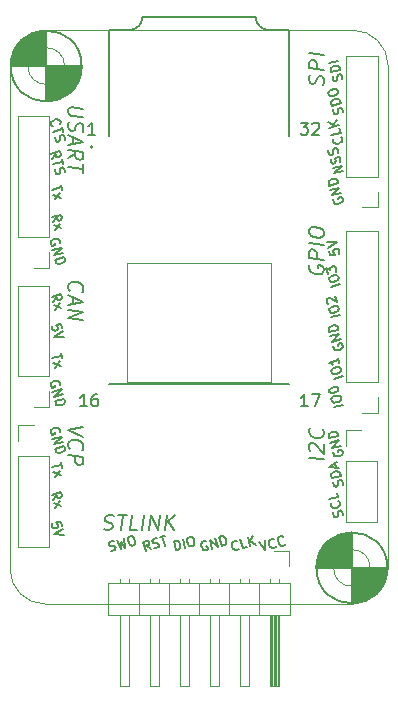
<source format=gbr>
%TF.GenerationSoftware,KiCad,Pcbnew,(6.0.4-0)*%
%TF.CreationDate,2022-08-30T14:02:01+08:00*%
%TF.ProjectId,STLinkV3_Adapter,53544c69-6e6b-4563-935f-416461707465,rev?*%
%TF.SameCoordinates,Original*%
%TF.FileFunction,Legend,Top*%
%TF.FilePolarity,Positive*%
%FSLAX46Y46*%
G04 Gerber Fmt 4.6, Leading zero omitted, Abs format (unit mm)*
G04 Created by KiCad (PCBNEW (6.0.4-0)) date 2022-08-30 14:02:01*
%MOMM*%
%LPD*%
G01*
G04 APERTURE LIST*
%ADD10C,0.150000*%
%ADD11C,0.200000*%
%TA.AperFunction,Profile*%
%ADD12C,0.100000*%
%TD*%
%ADD13C,0.120000*%
%ADD14C,0.127000*%
%TA.AperFunction,Profile*%
%ADD15C,0.120000*%
%TD*%
G04 APERTURE END LIST*
D10*
G36*
X73060000Y-63050000D02*
G01*
X70060000Y-63050000D01*
X70120000Y-62560000D01*
X70220000Y-62110000D01*
X70370000Y-61760000D01*
X70670000Y-61310000D01*
X70870000Y-61060000D01*
X71120000Y-60810000D01*
X71420000Y-60560000D01*
X71670000Y-60410000D01*
X72020000Y-60260000D01*
X72320000Y-60160000D01*
X72720000Y-60110000D01*
X72920000Y-60060000D01*
X73060000Y-60050000D01*
X73060000Y-63050000D01*
G37*
X73060000Y-63050000D02*
X70060000Y-63050000D01*
X70120000Y-62560000D01*
X70220000Y-62110000D01*
X70370000Y-61760000D01*
X70670000Y-61310000D01*
X70870000Y-61060000D01*
X71120000Y-60810000D01*
X71420000Y-60560000D01*
X71670000Y-60410000D01*
X72020000Y-60260000D01*
X72320000Y-60160000D01*
X72720000Y-60110000D01*
X72920000Y-60060000D01*
X73060000Y-60050000D01*
X73060000Y-63050000D01*
G36*
X76000000Y-63540000D02*
G01*
X75900000Y-63990000D01*
X75750000Y-64340000D01*
X75450000Y-64790000D01*
X75250000Y-65040000D01*
X75000000Y-65290000D01*
X74700000Y-65540000D01*
X74450000Y-65690000D01*
X74100000Y-65840000D01*
X73800000Y-65940000D01*
X73400000Y-65990000D01*
X73200000Y-66040000D01*
X73060000Y-66050000D01*
X73060000Y-63050000D01*
X76060000Y-63050000D01*
X76000000Y-63540000D01*
G37*
X76000000Y-63540000D02*
X75900000Y-63990000D01*
X75750000Y-64340000D01*
X75450000Y-64790000D01*
X75250000Y-65040000D01*
X75000000Y-65290000D01*
X74700000Y-65540000D01*
X74450000Y-65690000D01*
X74100000Y-65840000D01*
X73800000Y-65940000D01*
X73400000Y-65990000D01*
X73200000Y-66040000D01*
X73060000Y-66050000D01*
X73060000Y-63050000D01*
X76060000Y-63050000D01*
X76000000Y-63540000D01*
G36*
X101880000Y-106030000D02*
G01*
X101780000Y-106480000D01*
X101630000Y-106830000D01*
X101330000Y-107280000D01*
X101130000Y-107530000D01*
X100880000Y-107780000D01*
X100580000Y-108030000D01*
X100330000Y-108180000D01*
X99980000Y-108330000D01*
X99680000Y-108430000D01*
X99280000Y-108480000D01*
X99080000Y-108530000D01*
X98940000Y-108540000D01*
X98940000Y-105540000D01*
X101940000Y-105540000D01*
X101880000Y-106030000D01*
G37*
X101880000Y-106030000D02*
X101780000Y-106480000D01*
X101630000Y-106830000D01*
X101330000Y-107280000D01*
X101130000Y-107530000D01*
X100880000Y-107780000D01*
X100580000Y-108030000D01*
X100330000Y-108180000D01*
X99980000Y-108330000D01*
X99680000Y-108430000D01*
X99280000Y-108480000D01*
X99080000Y-108530000D01*
X98940000Y-108540000D01*
X98940000Y-105540000D01*
X101940000Y-105540000D01*
X101880000Y-106030000D01*
G36*
X98940000Y-105540000D02*
G01*
X95940000Y-105540000D01*
X96000000Y-105050000D01*
X96100000Y-104600000D01*
X96250000Y-104250000D01*
X96550000Y-103800000D01*
X96750000Y-103550000D01*
X97000000Y-103300000D01*
X97300000Y-103050000D01*
X97550000Y-102900000D01*
X97900000Y-102750000D01*
X98200000Y-102650000D01*
X98600000Y-102600000D01*
X98800000Y-102550000D01*
X98940000Y-102540000D01*
X98940000Y-105540000D01*
G37*
X98940000Y-105540000D02*
X95940000Y-105540000D01*
X96000000Y-105050000D01*
X96100000Y-104600000D01*
X96250000Y-104250000D01*
X96550000Y-103800000D01*
X96750000Y-103550000D01*
X97000000Y-103300000D01*
X97300000Y-103050000D01*
X97550000Y-102900000D01*
X97900000Y-102750000D01*
X98200000Y-102650000D01*
X98600000Y-102600000D01*
X98800000Y-102550000D01*
X98940000Y-102540000D01*
X98940000Y-105540000D01*
X97016271Y-78710576D02*
X97114869Y-79078547D01*
X97492700Y-79016747D01*
X97446043Y-78989809D01*
X97389527Y-78926075D01*
X97340228Y-78742089D01*
X97357305Y-78658635D01*
X97384243Y-78611978D01*
X97447977Y-78555461D01*
X97631963Y-78506162D01*
X97715417Y-78523240D01*
X97762074Y-78550177D01*
X97818591Y-78613912D01*
X97867890Y-78797898D01*
X97850812Y-78881352D01*
X97823875Y-78928009D01*
X96947253Y-78452995D02*
X97650975Y-77988360D01*
X96809216Y-77937835D01*
X97956628Y-81529072D02*
X97183887Y-81736128D01*
X97045850Y-81220967D02*
X97006411Y-81073778D01*
X97023489Y-80990324D01*
X97077364Y-80897010D01*
X97214693Y-80820774D01*
X97472273Y-80751756D01*
X97629321Y-80749114D01*
X97722635Y-80802989D01*
X97779152Y-80866723D01*
X97818591Y-81013912D01*
X97801513Y-81097366D01*
X97747639Y-81190680D01*
X97610310Y-81266916D01*
X97352729Y-81335935D01*
X97195681Y-81338576D01*
X97102367Y-81284702D01*
X97045850Y-81220967D01*
X96888094Y-80632212D02*
X96759917Y-80153849D01*
X97123313Y-80332551D01*
X97093733Y-80222160D01*
X97110811Y-80138705D01*
X97137749Y-80092048D01*
X97201483Y-80035532D01*
X97385469Y-79986233D01*
X97468923Y-80003311D01*
X97515580Y-80030248D01*
X97572097Y-80093983D01*
X97631255Y-80314766D01*
X97614178Y-80398220D01*
X97587240Y-80444877D01*
X97956628Y-84129072D02*
X97183887Y-84336128D01*
X97045850Y-83820967D02*
X97006411Y-83673778D01*
X97023489Y-83590324D01*
X97077364Y-83497010D01*
X97214693Y-83420774D01*
X97472273Y-83351756D01*
X97629321Y-83349114D01*
X97722635Y-83402989D01*
X97779152Y-83466723D01*
X97818591Y-83613912D01*
X97801513Y-83697366D01*
X97747639Y-83790680D01*
X97610310Y-83866916D01*
X97352729Y-83935935D01*
X97195681Y-83938576D01*
X97102367Y-83884702D01*
X97045850Y-83820967D01*
X96951829Y-83175696D02*
X96905172Y-83148758D01*
X96848655Y-83085024D01*
X96799356Y-82901038D01*
X96816434Y-82817584D01*
X96843371Y-82770927D01*
X96907106Y-82714410D01*
X96980700Y-82694690D01*
X97100951Y-82701908D01*
X97660835Y-83025157D01*
X97532658Y-82546794D01*
X97371386Y-86742282D02*
X97354308Y-86825736D01*
X97383887Y-86936128D01*
X97450264Y-87036659D01*
X97543578Y-87090534D01*
X97627032Y-87107612D01*
X97784080Y-87104970D01*
X97894472Y-87075390D01*
X98031801Y-86999154D01*
X98095535Y-86942638D01*
X98149410Y-86849324D01*
X98156628Y-86729072D01*
X98136908Y-86655478D01*
X98070532Y-86554946D01*
X98023875Y-86528009D01*
X97766295Y-86597027D01*
X97805734Y-86744216D01*
X98008731Y-86177115D02*
X97235991Y-86384170D01*
X97890414Y-85735549D01*
X97117673Y-85942604D01*
X97791816Y-85367577D02*
X97019076Y-85574632D01*
X96969777Y-85390646D01*
X96976995Y-85270395D01*
X97030869Y-85177081D01*
X97094604Y-85120564D01*
X97231933Y-85044328D01*
X97342324Y-85014749D01*
X97499373Y-85012107D01*
X97582827Y-85029184D01*
X97676141Y-85083059D01*
X97742517Y-85183591D01*
X97791816Y-85367577D01*
X98156628Y-89329072D02*
X97383887Y-89536128D01*
X97245850Y-89020967D02*
X97206411Y-88873778D01*
X97223489Y-88790324D01*
X97277364Y-88697010D01*
X97414693Y-88620774D01*
X97672273Y-88551756D01*
X97829321Y-88549114D01*
X97922635Y-88602989D01*
X97979152Y-88666723D01*
X98018591Y-88813912D01*
X98001513Y-88897366D01*
X97947639Y-88990680D01*
X97810310Y-89066916D01*
X97552729Y-89135935D01*
X97395681Y-89138576D01*
X97302367Y-89084702D01*
X97245850Y-89020967D01*
X97732658Y-87746794D02*
X97850975Y-88188360D01*
X97791816Y-87967577D02*
X97019076Y-88174632D01*
X97149187Y-88218647D01*
X97242501Y-88272522D01*
X97299017Y-88336257D01*
X98156628Y-91729072D02*
X97383887Y-91936128D01*
X97245850Y-91420967D02*
X97206411Y-91273778D01*
X97223489Y-91190324D01*
X97277364Y-91097010D01*
X97414693Y-91020774D01*
X97672273Y-90951756D01*
X97829321Y-90949114D01*
X97922635Y-91002989D01*
X97979152Y-91066723D01*
X98018591Y-91213912D01*
X98001513Y-91297366D01*
X97947639Y-91390680D01*
X97810310Y-91466916D01*
X97552729Y-91535935D01*
X97395681Y-91538576D01*
X97302367Y-91484702D01*
X97245850Y-91420967D01*
X97028935Y-90611429D02*
X97009216Y-90537835D01*
X97026293Y-90454381D01*
X97053231Y-90407724D01*
X97116965Y-90351207D01*
X97254294Y-90274971D01*
X97438280Y-90225672D01*
X97595329Y-90223030D01*
X97678783Y-90240108D01*
X97725440Y-90267045D01*
X97781957Y-90330780D01*
X97801676Y-90404374D01*
X97784598Y-90487828D01*
X97757661Y-90534485D01*
X97693926Y-90591002D01*
X97556598Y-90667238D01*
X97372612Y-90716537D01*
X97215563Y-90719179D01*
X97132109Y-90702101D01*
X97085452Y-90675164D01*
X97028935Y-90611429D01*
X98124761Y-64157331D02*
X98131978Y-64037079D01*
X98082680Y-63853094D01*
X98026163Y-63789359D01*
X97979506Y-63762422D01*
X97896052Y-63745344D01*
X97822457Y-63765063D01*
X97758723Y-63821580D01*
X97731785Y-63868237D01*
X97714708Y-63951691D01*
X97717350Y-64108740D01*
X97700272Y-64192194D01*
X97673335Y-64238851D01*
X97609600Y-64295368D01*
X97536006Y-64315087D01*
X97452552Y-64298009D01*
X97405895Y-64271072D01*
X97349378Y-64207337D01*
X97300079Y-64023352D01*
X97307297Y-63903100D01*
X97954503Y-63374730D02*
X97181762Y-63581785D01*
X97132463Y-63397800D01*
X97139681Y-63277548D01*
X97193556Y-63184234D01*
X97257290Y-63127718D01*
X97394619Y-63051481D01*
X97505011Y-63021902D01*
X97662059Y-63019260D01*
X97745513Y-63036338D01*
X97838827Y-63090213D01*
X97905204Y-63190744D01*
X97954503Y-63374730D01*
X97747447Y-62601990D02*
X96974707Y-62809045D01*
X98183919Y-66978114D02*
X98191137Y-66857862D01*
X98141838Y-66673877D01*
X98085322Y-66610142D01*
X98038665Y-66583205D01*
X97955210Y-66566127D01*
X97881616Y-66585846D01*
X97817882Y-66642363D01*
X97790944Y-66689020D01*
X97773866Y-66772474D01*
X97776508Y-66929523D01*
X97759431Y-67012977D01*
X97732493Y-67059634D01*
X97668759Y-67116151D01*
X97595164Y-67135870D01*
X97511710Y-67118792D01*
X97465053Y-67091855D01*
X97408537Y-67028120D01*
X97359238Y-66844135D01*
X97366456Y-66723883D01*
X98013661Y-66195513D02*
X97240921Y-66402569D01*
X97191622Y-66218583D01*
X97198840Y-66098331D01*
X97252714Y-66005017D01*
X97316449Y-65948501D01*
X97453778Y-65872264D01*
X97564169Y-65842685D01*
X97721218Y-65840043D01*
X97804672Y-65857121D01*
X97897986Y-65910996D01*
X97964362Y-66011527D01*
X98013661Y-66195513D01*
X96994426Y-65482639D02*
X96954987Y-65335450D01*
X96972065Y-65251996D01*
X97025940Y-65158682D01*
X97163268Y-65082446D01*
X97420849Y-65013428D01*
X97577897Y-65010786D01*
X97671211Y-65064661D01*
X97727728Y-65128395D01*
X97767167Y-65275584D01*
X97750089Y-65359038D01*
X97696214Y-65452352D01*
X97558885Y-65528588D01*
X97301305Y-65597607D01*
X97144257Y-65600249D01*
X97050943Y-65546374D01*
X96994426Y-65482639D01*
X97999225Y-69036016D02*
X98045882Y-69062953D01*
X98112259Y-69163485D01*
X98131978Y-69237079D01*
X98124761Y-69357331D01*
X98070886Y-69450645D01*
X98007151Y-69507161D01*
X97869822Y-69583398D01*
X97759431Y-69612977D01*
X97602382Y-69615619D01*
X97518928Y-69598541D01*
X97425614Y-69544666D01*
X97359238Y-69444135D01*
X97339518Y-69370540D01*
X97346736Y-69250289D01*
X97373674Y-69203632D01*
X97885484Y-68317150D02*
X97984082Y-68685122D01*
X97211341Y-68892177D01*
X97816466Y-68059570D02*
X97043725Y-68266625D01*
X97698148Y-67618004D02*
X97345320Y-68067496D01*
X96925408Y-67825059D02*
X97485291Y-68148308D01*
X98205927Y-71913058D02*
X97433186Y-72120113D01*
X98087609Y-71471492D01*
X97314869Y-71678547D01*
X97962074Y-71150177D02*
X97969292Y-71029926D01*
X97919993Y-70845940D01*
X97863477Y-70782206D01*
X97816820Y-70755268D01*
X97733366Y-70738191D01*
X97659771Y-70757910D01*
X97596037Y-70814427D01*
X97569099Y-70861084D01*
X97552022Y-70944538D01*
X97554664Y-71101586D01*
X97537586Y-71185040D01*
X97510648Y-71231697D01*
X97446914Y-71288214D01*
X97373320Y-71307934D01*
X97289865Y-71290856D01*
X97243208Y-71263919D01*
X97186692Y-71200184D01*
X97137393Y-71016198D01*
X97144611Y-70895947D01*
X97764879Y-70414234D02*
X97772097Y-70293983D01*
X97722798Y-70109997D01*
X97666281Y-70046262D01*
X97619624Y-70019325D01*
X97536170Y-70002247D01*
X97462576Y-70021967D01*
X97398841Y-70078483D01*
X97371904Y-70125140D01*
X97354826Y-70208594D01*
X97357468Y-70365643D01*
X97340390Y-70449097D01*
X97313453Y-70495754D01*
X97249718Y-70552271D01*
X97176124Y-70571990D01*
X97092670Y-70554913D01*
X97046013Y-70527975D01*
X96989496Y-70464241D01*
X96940197Y-70280255D01*
X96947415Y-70160003D01*
X97371386Y-74342282D02*
X97354308Y-74425736D01*
X97383887Y-74536128D01*
X97450264Y-74636659D01*
X97543578Y-74690534D01*
X97627032Y-74707612D01*
X97784080Y-74704970D01*
X97894472Y-74675390D01*
X98031801Y-74599154D01*
X98095535Y-74542638D01*
X98149410Y-74449324D01*
X98156628Y-74329072D01*
X98136908Y-74255478D01*
X98070532Y-74154946D01*
X98023875Y-74128009D01*
X97766295Y-74197027D01*
X97805734Y-74344216D01*
X98008731Y-73777115D02*
X97235991Y-73984170D01*
X97890414Y-73335549D01*
X97117673Y-73542604D01*
X97791816Y-72967577D02*
X97019076Y-73174632D01*
X96969777Y-72990646D01*
X96976995Y-72870395D01*
X97030869Y-72777081D01*
X97094604Y-72720564D01*
X97231933Y-72644328D01*
X97342324Y-72614749D01*
X97499373Y-72612107D01*
X97582827Y-72629184D01*
X97676141Y-72683059D01*
X97742517Y-72783591D01*
X97791816Y-72967577D01*
X97371386Y-95742282D02*
X97354308Y-95825736D01*
X97383887Y-95936128D01*
X97450264Y-96036659D01*
X97543578Y-96090534D01*
X97627032Y-96107612D01*
X97784080Y-96104970D01*
X97894472Y-96075390D01*
X98031801Y-95999154D01*
X98095535Y-95942638D01*
X98149410Y-95849324D01*
X98156628Y-95729072D01*
X98136908Y-95655478D01*
X98070532Y-95554946D01*
X98023875Y-95528009D01*
X97766295Y-95597027D01*
X97805734Y-95744216D01*
X98008731Y-95177115D02*
X97235991Y-95384170D01*
X97890414Y-94735549D01*
X97117673Y-94942604D01*
X97791816Y-94367577D02*
X97019076Y-94574632D01*
X96969777Y-94390646D01*
X96976995Y-94270395D01*
X97030869Y-94177081D01*
X97094604Y-94120564D01*
X97231933Y-94044328D01*
X97342324Y-94014749D01*
X97499373Y-94012107D01*
X97582827Y-94029184D01*
X97676141Y-94083059D01*
X97742517Y-94183591D01*
X97791816Y-94367577D01*
X98164200Y-98504519D02*
X98171418Y-98384268D01*
X98122119Y-98200282D01*
X98065602Y-98136548D01*
X98018945Y-98109610D01*
X97935491Y-98092533D01*
X97861897Y-98112252D01*
X97798162Y-98168769D01*
X97771225Y-98215426D01*
X97754147Y-98298880D01*
X97756789Y-98455928D01*
X97739711Y-98539383D01*
X97712774Y-98586039D01*
X97649039Y-98642556D01*
X97575445Y-98662276D01*
X97491991Y-98645198D01*
X97445334Y-98618261D01*
X97388817Y-98554526D01*
X97339518Y-98370540D01*
X97346736Y-98250289D01*
X97993942Y-97721919D02*
X97221201Y-97928974D01*
X97171902Y-97744988D01*
X97179120Y-97624737D01*
X97232995Y-97531423D01*
X97296729Y-97474906D01*
X97434058Y-97398670D01*
X97544450Y-97369091D01*
X97701498Y-97366449D01*
X97784952Y-97383527D01*
X97878266Y-97437401D01*
X97944643Y-97537933D01*
X97993942Y-97721919D01*
X97575963Y-97045134D02*
X97477365Y-96677162D01*
X97816466Y-97059570D02*
X96974707Y-97009045D01*
X97678429Y-96544409D01*
X98159270Y-101086121D02*
X98166488Y-100965869D01*
X98117189Y-100781884D01*
X98060672Y-100718149D01*
X98014015Y-100691212D01*
X97930561Y-100674134D01*
X97856967Y-100693854D01*
X97793232Y-100750370D01*
X97766295Y-100797027D01*
X97749217Y-100880481D01*
X97751859Y-101037530D01*
X97734781Y-101120984D01*
X97707844Y-101167641D01*
X97644109Y-101224158D01*
X97570515Y-101243877D01*
X97487061Y-101226800D01*
X97440404Y-101199862D01*
X97383887Y-101136128D01*
X97334588Y-100952142D01*
X97341806Y-100831890D01*
X97797100Y-99881674D02*
X97843757Y-99908611D01*
X97910134Y-100009143D01*
X97929853Y-100082737D01*
X97922635Y-100202989D01*
X97868760Y-100296302D01*
X97805026Y-100352819D01*
X97667697Y-100429055D01*
X97557305Y-100458635D01*
X97400257Y-100461277D01*
X97316803Y-100444199D01*
X97223489Y-100390324D01*
X97157112Y-100289793D01*
X97137393Y-100216198D01*
X97144611Y-100095947D01*
X97171548Y-100049290D01*
X97683359Y-99162808D02*
X97781957Y-99530780D01*
X97009216Y-99737835D01*
X74228613Y-78057717D02*
X74245691Y-77974263D01*
X74216112Y-77863871D01*
X74149735Y-77763340D01*
X74056421Y-77709465D01*
X73972967Y-77692387D01*
X73815919Y-77695029D01*
X73705527Y-77724609D01*
X73568198Y-77800845D01*
X73504464Y-77857361D01*
X73450589Y-77950675D01*
X73443371Y-78070927D01*
X73463091Y-78144521D01*
X73529467Y-78245053D01*
X73576124Y-78271990D01*
X73833704Y-78202972D01*
X73794265Y-78055783D01*
X73591268Y-78622884D02*
X74364008Y-78415829D01*
X73709585Y-79064450D01*
X74482326Y-78857395D01*
X73808183Y-79432422D02*
X74580923Y-79225367D01*
X74630222Y-79409353D01*
X74623004Y-79529604D01*
X74569130Y-79622918D01*
X74505395Y-79679435D01*
X74368066Y-79755671D01*
X74257675Y-79785250D01*
X74100626Y-79787892D01*
X74017172Y-79770815D01*
X73923858Y-79716940D01*
X73857482Y-79616408D01*
X73808183Y-79432422D01*
X73610633Y-68150780D02*
X73563976Y-68123843D01*
X73497600Y-68023311D01*
X73477880Y-67949717D01*
X73485098Y-67829465D01*
X73538973Y-67736152D01*
X73602708Y-67679635D01*
X73740036Y-67603399D01*
X73850428Y-67573819D01*
X74007476Y-67571177D01*
X74090931Y-67588255D01*
X74184244Y-67642130D01*
X74250621Y-67742662D01*
X74270341Y-67816256D01*
X74263123Y-67936507D01*
X74236185Y-67983164D01*
X74368938Y-68184228D02*
X74487256Y-68625794D01*
X73655356Y-68612066D02*
X74428097Y-68405011D01*
X73810471Y-69043772D02*
X73803253Y-69164024D01*
X73852552Y-69348009D01*
X73909068Y-69411744D01*
X73955725Y-69438681D01*
X74039179Y-69455759D01*
X74112774Y-69436039D01*
X74176508Y-69379523D01*
X74203446Y-69332866D01*
X74220523Y-69249412D01*
X74217882Y-69092363D01*
X74234959Y-69008909D01*
X74261897Y-68962252D01*
X74325631Y-68905735D01*
X74399225Y-68886016D01*
X74482680Y-68903094D01*
X74529337Y-68930031D01*
X74585853Y-68993765D01*
X74635152Y-69177751D01*
X74627934Y-69298003D01*
X73630707Y-76270073D02*
X73929660Y-75913895D01*
X73512390Y-75828507D02*
X74285130Y-75621452D01*
X74364008Y-75915829D01*
X74346931Y-75999283D01*
X74319993Y-76045940D01*
X74256259Y-76102457D01*
X74145867Y-76132036D01*
X74062413Y-76114959D01*
X74015756Y-76088021D01*
X73959239Y-76024287D01*
X73880361Y-75729909D01*
X73699725Y-76527653D02*
X74323343Y-76794385D01*
X74214886Y-76389616D02*
X73808183Y-76932422D01*
X73537039Y-70920500D02*
X73835992Y-70564322D01*
X73418722Y-70478934D02*
X74191462Y-70271879D01*
X74270341Y-70566256D01*
X74253263Y-70649710D01*
X74226325Y-70696367D01*
X74162591Y-70752884D01*
X74052199Y-70782463D01*
X73968745Y-70765385D01*
X73922088Y-70738448D01*
X73865572Y-70674713D01*
X73786693Y-70380336D01*
X74368938Y-70934228D02*
X74487256Y-71375794D01*
X73655356Y-71362066D02*
X74428097Y-71155011D01*
X73810471Y-71793772D02*
X73803253Y-71914024D01*
X73852552Y-72098009D01*
X73909068Y-72161744D01*
X73955725Y-72188681D01*
X74039179Y-72205759D01*
X74112774Y-72186039D01*
X74176508Y-72129523D01*
X74203446Y-72082866D01*
X74220523Y-71999412D01*
X74217882Y-71842363D01*
X74234959Y-71758909D01*
X74261897Y-71712252D01*
X74325631Y-71655735D01*
X74399225Y-71636016D01*
X74482680Y-71653094D01*
X74529337Y-71680031D01*
X74585853Y-71743765D01*
X74635152Y-71927751D01*
X74627934Y-72048003D01*
X74280200Y-73103053D02*
X74398518Y-73544619D01*
X73566618Y-73530891D02*
X74339359Y-73323836D01*
X73675076Y-73935660D02*
X74298694Y-74202392D01*
X74190236Y-73797623D02*
X73783533Y-74340429D01*
X73630707Y-83020073D02*
X73929660Y-82663895D01*
X73512390Y-82578507D02*
X74285130Y-82371452D01*
X74364008Y-82665829D01*
X74346931Y-82749283D01*
X74319993Y-82795940D01*
X74256259Y-82852457D01*
X74145867Y-82882036D01*
X74062413Y-82864959D01*
X74015756Y-82838021D01*
X73959239Y-82774287D01*
X73880361Y-82479909D01*
X73699725Y-83277653D02*
X74323343Y-83544385D01*
X74214886Y-83139616D02*
X73808183Y-83682422D01*
X74228613Y-90057717D02*
X74245691Y-89974263D01*
X74216112Y-89863871D01*
X74149735Y-89763340D01*
X74056421Y-89709465D01*
X73972967Y-89692387D01*
X73815919Y-89695029D01*
X73705527Y-89724609D01*
X73568198Y-89800845D01*
X73504464Y-89857361D01*
X73450589Y-89950675D01*
X73443371Y-90070927D01*
X73463091Y-90144521D01*
X73529467Y-90245053D01*
X73576124Y-90271990D01*
X73833704Y-90202972D01*
X73794265Y-90055783D01*
X73591268Y-90622884D02*
X74364008Y-90415829D01*
X73709585Y-91064450D01*
X74482326Y-90857395D01*
X73808183Y-91432422D02*
X74580923Y-91225367D01*
X74630222Y-91409353D01*
X74623004Y-91529604D01*
X74569130Y-91622918D01*
X74505395Y-91679435D01*
X74368066Y-91755671D01*
X74257675Y-91785250D01*
X74100626Y-91787892D01*
X74017172Y-91770815D01*
X73923858Y-91716940D01*
X73857482Y-91616408D01*
X73808183Y-91432422D01*
X74383728Y-85239423D02*
X74285130Y-84871452D01*
X73907299Y-84933252D01*
X73953956Y-84960190D01*
X74010472Y-85023924D01*
X74059771Y-85207910D01*
X74042694Y-85291364D01*
X74015756Y-85338021D01*
X73952022Y-85394538D01*
X73768036Y-85443837D01*
X73684582Y-85426759D01*
X73637925Y-85399822D01*
X73581408Y-85336087D01*
X73532109Y-85152101D01*
X73549187Y-85068647D01*
X73576124Y-85021990D01*
X74452746Y-85497004D02*
X73749024Y-85961639D01*
X74590783Y-86012164D01*
X74280200Y-87353053D02*
X74398518Y-87794619D01*
X73566618Y-87780891D02*
X74339359Y-87573836D01*
X73675076Y-88185660D02*
X74298694Y-88452392D01*
X74190236Y-88047623D02*
X73783533Y-88590429D01*
X74383728Y-101989423D02*
X74285130Y-101621452D01*
X73907299Y-101683252D01*
X73953956Y-101710190D01*
X74010472Y-101773924D01*
X74059771Y-101957910D01*
X74042694Y-102041364D01*
X74015756Y-102088021D01*
X73952022Y-102144538D01*
X73768036Y-102193837D01*
X73684582Y-102176759D01*
X73637925Y-102149822D01*
X73581408Y-102086087D01*
X73532109Y-101902101D01*
X73549187Y-101818647D01*
X73576124Y-101771990D01*
X74452746Y-102247004D02*
X73749024Y-102711639D01*
X74590783Y-102762164D01*
X73630707Y-99770073D02*
X73929660Y-99413895D01*
X73512390Y-99328507D02*
X74285130Y-99121452D01*
X74364008Y-99415829D01*
X74346931Y-99499283D01*
X74319993Y-99545940D01*
X74256259Y-99602457D01*
X74145867Y-99632036D01*
X74062413Y-99614959D01*
X74015756Y-99588021D01*
X73959239Y-99524287D01*
X73880361Y-99229909D01*
X73699725Y-100027653D02*
X74323343Y-100294385D01*
X74214886Y-99889616D02*
X73808183Y-100432422D01*
X74280200Y-96603053D02*
X74398518Y-97044619D01*
X73566618Y-97030891D02*
X74339359Y-96823836D01*
X73675076Y-97435660D02*
X74298694Y-97702392D01*
X74190236Y-97297623D02*
X73783533Y-97840429D01*
X74228613Y-94057717D02*
X74245691Y-93974263D01*
X74216112Y-93863871D01*
X74149735Y-93763340D01*
X74056421Y-93709465D01*
X73972967Y-93692387D01*
X73815919Y-93695029D01*
X73705527Y-93724609D01*
X73568198Y-93800845D01*
X73504464Y-93857361D01*
X73450589Y-93950675D01*
X73443371Y-94070927D01*
X73463091Y-94144521D01*
X73529467Y-94245053D01*
X73576124Y-94271990D01*
X73833704Y-94202972D01*
X73794265Y-94055783D01*
X73591268Y-94622884D02*
X74364008Y-94415829D01*
X73709585Y-95064450D01*
X74482326Y-94857395D01*
X73808183Y-95432422D02*
X74580923Y-95225367D01*
X74630222Y-95409353D01*
X74623004Y-95529604D01*
X74569130Y-95622918D01*
X74505395Y-95679435D01*
X74368066Y-95755671D01*
X74257675Y-95785250D01*
X74100626Y-95787892D01*
X74017172Y-95770815D01*
X73923858Y-95716940D01*
X73857482Y-95616408D01*
X73808183Y-95432422D01*
D11*
X96514047Y-64662912D02*
X96574523Y-64489043D01*
X96574523Y-64186662D01*
X96514047Y-64058150D01*
X96453571Y-63990115D01*
X96332619Y-63914519D01*
X96211666Y-63899400D01*
X96090714Y-63944758D01*
X96030238Y-63997674D01*
X95969761Y-64111067D01*
X95909285Y-64345412D01*
X95848809Y-64458805D01*
X95788333Y-64511722D01*
X95667380Y-64557079D01*
X95546428Y-64541960D01*
X95425476Y-64466365D01*
X95365000Y-64398329D01*
X95304523Y-64269817D01*
X95304523Y-63967436D01*
X95365000Y-63793567D01*
X96574523Y-63400472D02*
X95304523Y-63241722D01*
X95304523Y-62757912D01*
X95365000Y-62644519D01*
X95425476Y-62591603D01*
X95546428Y-62546246D01*
X95727857Y-62568924D01*
X95848809Y-62644519D01*
X95909285Y-62712555D01*
X95969761Y-62841067D01*
X95969761Y-63324877D01*
X96574523Y-62130472D02*
X95304523Y-61971722D01*
X95365000Y-79889043D02*
X95304523Y-80002436D01*
X95304523Y-80183865D01*
X95365000Y-80372853D01*
X95485952Y-80508924D01*
X95606904Y-80584519D01*
X95848809Y-80675234D01*
X96030238Y-80697912D01*
X96272142Y-80667674D01*
X96393095Y-80622317D01*
X96514047Y-80516484D01*
X96574523Y-80342615D01*
X96574523Y-80221662D01*
X96514047Y-80032674D01*
X96453571Y-79964638D01*
X96030238Y-79911722D01*
X96030238Y-80153627D01*
X96574523Y-79435472D02*
X95304523Y-79276722D01*
X95304523Y-78792912D01*
X95365000Y-78679519D01*
X95425476Y-78626603D01*
X95546428Y-78581246D01*
X95727857Y-78603924D01*
X95848809Y-78679519D01*
X95909285Y-78747555D01*
X95969761Y-78876067D01*
X95969761Y-79359877D01*
X96574523Y-78165472D02*
X95304523Y-78006722D01*
X95304523Y-77160055D02*
X95304523Y-76918150D01*
X95365000Y-76804758D01*
X95485952Y-76698924D01*
X95727857Y-76668686D01*
X96151190Y-76721603D01*
X96393095Y-76812317D01*
X96514047Y-76948388D01*
X96574523Y-77076900D01*
X96574523Y-77318805D01*
X96514047Y-77432198D01*
X96393095Y-77538031D01*
X96151190Y-77568269D01*
X95727857Y-77515353D01*
X95485952Y-77424638D01*
X95365000Y-77288567D01*
X95304523Y-77160055D01*
X96574523Y-96359996D02*
X95304523Y-96201246D01*
X95425476Y-95672079D02*
X95365000Y-95604043D01*
X95304523Y-95475531D01*
X95304523Y-95173150D01*
X95365000Y-95059758D01*
X95425476Y-95006841D01*
X95546428Y-94961484D01*
X95667380Y-94976603D01*
X95848809Y-95059758D01*
X96574523Y-95876186D01*
X96574523Y-95089996D01*
X96453571Y-93804877D02*
X96514047Y-93872912D01*
X96574523Y-94061900D01*
X96574523Y-94182853D01*
X96514047Y-94356722D01*
X96393095Y-94462555D01*
X96272142Y-94507912D01*
X96030238Y-94538150D01*
X95848809Y-94515472D01*
X95606904Y-94424758D01*
X95485952Y-94349162D01*
X95365000Y-94213091D01*
X95304523Y-94024103D01*
X95304523Y-93903150D01*
X95365000Y-93729281D01*
X95425476Y-93676365D01*
X76195476Y-66657801D02*
X75167380Y-66529289D01*
X75046428Y-66574646D01*
X74985952Y-66627563D01*
X74925476Y-66740956D01*
X74925476Y-66982861D01*
X74985952Y-67111372D01*
X75046428Y-67179408D01*
X75167380Y-67255003D01*
X76195476Y-67383515D01*
X74985952Y-67776611D02*
X74925476Y-67950480D01*
X74925476Y-68252861D01*
X74985952Y-68381372D01*
X75046428Y-68449408D01*
X75167380Y-68525003D01*
X75288333Y-68540122D01*
X75409285Y-68494765D01*
X75469761Y-68441849D01*
X75530238Y-68328456D01*
X75590714Y-68094111D01*
X75651190Y-67980718D01*
X75711666Y-67927801D01*
X75832619Y-67882444D01*
X75953571Y-67897563D01*
X76074523Y-67973158D01*
X76135000Y-68041194D01*
X76195476Y-68169706D01*
X76195476Y-68472087D01*
X76135000Y-68645956D01*
X75288333Y-69023932D02*
X75288333Y-69628694D01*
X74925476Y-68857622D02*
X76195476Y-69439706D01*
X74925476Y-69704289D01*
X74925476Y-70853337D02*
X75530238Y-70505599D01*
X74925476Y-70127622D02*
X76195476Y-70286372D01*
X76195476Y-70770182D01*
X76135000Y-70883575D01*
X76074523Y-70936491D01*
X75953571Y-70981849D01*
X75772142Y-70959170D01*
X75651190Y-70883575D01*
X75590714Y-70815539D01*
X75530238Y-70687027D01*
X75530238Y-70203218D01*
X76195476Y-71374944D02*
X76195476Y-72100658D01*
X74925476Y-71579051D02*
X76195476Y-71737801D01*
X75046428Y-82078456D02*
X74985952Y-82010420D01*
X74925476Y-81821432D01*
X74925476Y-81700480D01*
X74985952Y-81526611D01*
X75106904Y-81420777D01*
X75227857Y-81375420D01*
X75469761Y-81345182D01*
X75651190Y-81367861D01*
X75893095Y-81458575D01*
X76014047Y-81534170D01*
X76135000Y-81670241D01*
X76195476Y-81859230D01*
X76195476Y-81980182D01*
X76135000Y-82154051D01*
X76074523Y-82206968D01*
X75288333Y-82592503D02*
X75288333Y-83197265D01*
X74925476Y-82426194D02*
X76195476Y-83008277D01*
X74925476Y-83272861D01*
X74925476Y-83696194D02*
X76195476Y-83854944D01*
X74925476Y-84421908D01*
X76195476Y-84580658D01*
X76195476Y-93595182D02*
X74925476Y-93859765D01*
X76195476Y-94441849D01*
X75046428Y-95447265D02*
X74985952Y-95379230D01*
X74925476Y-95190241D01*
X74925476Y-95069289D01*
X74985952Y-94895420D01*
X75106904Y-94789587D01*
X75227857Y-94744230D01*
X75469761Y-94713991D01*
X75651190Y-94736670D01*
X75893095Y-94827384D01*
X76014047Y-94902980D01*
X76135000Y-95039051D01*
X76195476Y-95228039D01*
X76195476Y-95348991D01*
X76135000Y-95522861D01*
X76074523Y-95575777D01*
X74925476Y-95976432D02*
X76195476Y-96135182D01*
X76195476Y-96618991D01*
X76135000Y-96732384D01*
X76074523Y-96785301D01*
X75953571Y-96830658D01*
X75772142Y-96807980D01*
X75651190Y-96732384D01*
X75590714Y-96664349D01*
X75530238Y-96535837D01*
X75530238Y-96052027D01*
D10*
X86557717Y-103271386D02*
X86474263Y-103254308D01*
X86363871Y-103283887D01*
X86263340Y-103350264D01*
X86209465Y-103443578D01*
X86192387Y-103527032D01*
X86195029Y-103684080D01*
X86224609Y-103794472D01*
X86300845Y-103931801D01*
X86357361Y-103995535D01*
X86450675Y-104049410D01*
X86570927Y-104056628D01*
X86644521Y-104036908D01*
X86745053Y-103970532D01*
X86771990Y-103923875D01*
X86702972Y-103666295D01*
X86555783Y-103705734D01*
X87122884Y-103908731D02*
X86915829Y-103135991D01*
X87564450Y-103790414D01*
X87357395Y-103017673D01*
X87932422Y-103691816D02*
X87725367Y-102919076D01*
X87909353Y-102869777D01*
X88029604Y-102876995D01*
X88122918Y-102930869D01*
X88179435Y-102994604D01*
X88255671Y-103131933D01*
X88285250Y-103242324D01*
X88287892Y-103399373D01*
X88270815Y-103482827D01*
X88216940Y-103576141D01*
X88116408Y-103642517D01*
X87932422Y-103691816D01*
X84052528Y-104061558D02*
X83845473Y-103288817D01*
X84029459Y-103239518D01*
X84149710Y-103246736D01*
X84243024Y-103300611D01*
X84299541Y-103364345D01*
X84375777Y-103501674D01*
X84405356Y-103612066D01*
X84407998Y-103769114D01*
X84390921Y-103852569D01*
X84337046Y-103945882D01*
X84236514Y-104012259D01*
X84052528Y-104061558D01*
X84825269Y-103854503D02*
X84618214Y-103081762D01*
X85133374Y-102943725D02*
X85280563Y-102904286D01*
X85364017Y-102921364D01*
X85457331Y-102975238D01*
X85533567Y-103112567D01*
X85602585Y-103370148D01*
X85605227Y-103527196D01*
X85551352Y-103620510D01*
X85487618Y-103677027D01*
X85340429Y-103716466D01*
X85256975Y-103699388D01*
X85163661Y-103645513D01*
X85087425Y-103508184D01*
X85018407Y-103250604D01*
X85015765Y-103093556D01*
X85069639Y-103000242D01*
X85133374Y-102943725D01*
X81920500Y-103962960D02*
X81564322Y-103664007D01*
X81478934Y-104081277D02*
X81271879Y-103308537D01*
X81566256Y-103229658D01*
X81649710Y-103246736D01*
X81696367Y-103273674D01*
X81752884Y-103337408D01*
X81782463Y-103447800D01*
X81765385Y-103531254D01*
X81738448Y-103577911D01*
X81674713Y-103634427D01*
X81380336Y-103713306D01*
X82205017Y-103847285D02*
X82325269Y-103854503D01*
X82509255Y-103805204D01*
X82572989Y-103748687D01*
X82599927Y-103702030D01*
X82617004Y-103618576D01*
X82597285Y-103544982D01*
X82540768Y-103481247D01*
X82494111Y-103454310D01*
X82410657Y-103437232D01*
X82253608Y-103439874D01*
X82170154Y-103422796D01*
X82123497Y-103395859D01*
X82066981Y-103332124D01*
X82047261Y-103258530D01*
X82064339Y-103175076D01*
X82091276Y-103128419D01*
X82155011Y-103071902D01*
X82338997Y-103022603D01*
X82459248Y-103029821D01*
X82670171Y-102933865D02*
X83111737Y-102815548D01*
X83098009Y-103647447D02*
X82890954Y-102874707D01*
X78516690Y-104098709D02*
X78636941Y-104105927D01*
X78820927Y-104056628D01*
X78884661Y-104000111D01*
X78911599Y-103953454D01*
X78928676Y-103870000D01*
X78908957Y-103796406D01*
X78852440Y-103732671D01*
X78805783Y-103705734D01*
X78722329Y-103688656D01*
X78565280Y-103691298D01*
X78481826Y-103674220D01*
X78435169Y-103647283D01*
X78378653Y-103583548D01*
X78358933Y-103509954D01*
X78376011Y-103426500D01*
X78402948Y-103379843D01*
X78466683Y-103323326D01*
X78650669Y-103274027D01*
X78770920Y-103281245D01*
X79018640Y-103175430D02*
X79409681Y-103898872D01*
X79408974Y-103307475D01*
X79704059Y-103819993D01*
X79680990Y-102997954D01*
X80122556Y-102879637D02*
X80269744Y-102840197D01*
X80353198Y-102857275D01*
X80446512Y-102911150D01*
X80522749Y-103048479D01*
X80591767Y-103306059D01*
X80594409Y-103463107D01*
X80540534Y-103556421D01*
X80476800Y-103612938D01*
X80329611Y-103652377D01*
X80246157Y-103635300D01*
X80152843Y-103581425D01*
X80076607Y-103444096D01*
X80007588Y-103186516D01*
X80004946Y-103029467D01*
X80058821Y-102936153D01*
X80122556Y-102879637D01*
X89363983Y-103899225D02*
X89337046Y-103945882D01*
X89236514Y-104012259D01*
X89162920Y-104031978D01*
X89042668Y-104024761D01*
X88949354Y-103970886D01*
X88892838Y-103907151D01*
X88816601Y-103769822D01*
X88787022Y-103659431D01*
X88784380Y-103502382D01*
X88801458Y-103418928D01*
X88855333Y-103325614D01*
X88955864Y-103259238D01*
X89029459Y-103239518D01*
X89149710Y-103246736D01*
X89196367Y-103273674D01*
X90082849Y-103785484D02*
X89714877Y-103884082D01*
X89507822Y-103111341D01*
X90340429Y-103716466D02*
X90133374Y-102943725D01*
X90781995Y-103598148D02*
X90332503Y-103245320D01*
X90574940Y-102825408D02*
X90251691Y-103385291D01*
X91106291Y-103352906D02*
X91570927Y-104056628D01*
X91621452Y-103214869D01*
X92507934Y-103726679D02*
X92480996Y-103773336D01*
X92380465Y-103839713D01*
X92306870Y-103859432D01*
X92186619Y-103852215D01*
X92093305Y-103798340D01*
X92036788Y-103734605D01*
X91960552Y-103597276D01*
X91930973Y-103486885D01*
X91928331Y-103329836D01*
X91945408Y-103246382D01*
X91999283Y-103153068D01*
X92099815Y-103086692D01*
X92173409Y-103066972D01*
X92293661Y-103074190D01*
X92340318Y-103101127D01*
X93280674Y-103519624D02*
X93253737Y-103566281D01*
X93153205Y-103632658D01*
X93079611Y-103652377D01*
X92959360Y-103645159D01*
X92866046Y-103591285D01*
X92809529Y-103527550D01*
X92733293Y-103390221D01*
X92703713Y-103279830D01*
X92701071Y-103122781D01*
X92718149Y-103039327D01*
X92772024Y-102946013D01*
X92872556Y-102879637D01*
X92946150Y-102859917D01*
X93066401Y-102867135D01*
X93113058Y-102894072D01*
D11*
X77923991Y-102264047D02*
X78097861Y-102324523D01*
X78400241Y-102324523D01*
X78528753Y-102264047D01*
X78596789Y-102203571D01*
X78672384Y-102082619D01*
X78687503Y-101961666D01*
X78642146Y-101840714D01*
X78589230Y-101780238D01*
X78475837Y-101719761D01*
X78241491Y-101659285D01*
X78128099Y-101598809D01*
X78075182Y-101538333D01*
X78029825Y-101417380D01*
X78044944Y-101296428D01*
X78120539Y-101175476D01*
X78188575Y-101115000D01*
X78317087Y-101054523D01*
X78619468Y-101054523D01*
X78793337Y-101115000D01*
X79163753Y-101054523D02*
X79889468Y-101054523D01*
X79367861Y-102324523D02*
X79526611Y-101054523D01*
X80758813Y-102324523D02*
X80154051Y-102324523D01*
X80312801Y-101054523D01*
X81182146Y-102324523D02*
X81340896Y-101054523D01*
X81786908Y-102324523D02*
X81945658Y-101054523D01*
X82512622Y-102324523D01*
X82671372Y-101054523D01*
X83117384Y-102324523D02*
X83276134Y-101054523D01*
X83843099Y-102324523D02*
X83389527Y-101598809D01*
X84001849Y-101054523D02*
X83185420Y-101780238D01*
D12*
X100490000Y-105540000D02*
G75*
G03*
X100490000Y-105540000I-1550000J0D01*
G01*
D10*
X101940000Y-105540000D02*
G75*
G03*
X101940000Y-105540000I-3000000J0D01*
G01*
X76060000Y-63050000D02*
G75*
G03*
X76060000Y-63050000I-3000000J0D01*
G01*
D12*
X74610000Y-63050000D02*
G75*
G03*
X74610000Y-63050000I-1550000J0D01*
G01*
X70000000Y-105648680D02*
G75*
G03*
X73000000Y-108600000I2952979J1285D01*
G01*
X99000000Y-108600000D02*
X73000000Y-108600000D01*
X102000000Y-63000000D02*
X102000000Y-105600000D01*
X73000000Y-60000000D02*
G75*
G03*
X70000000Y-63000000I2622J-3002622D01*
G01*
X99000000Y-108600000D02*
G75*
G03*
X102000000Y-105600000I0J3000000D01*
G01*
X102000000Y-63000000D02*
G75*
G03*
X99000000Y-60000000I-3000000J0D01*
G01*
X73000000Y-60000000D02*
X99000000Y-60000000D01*
X70000000Y-105648680D02*
X70000000Y-63000000D01*
D10*
%TO.C,U1*%
X95209523Y-91852380D02*
X94638095Y-91852380D01*
X94923809Y-91852380D02*
X94923809Y-90852380D01*
X94828571Y-90995238D01*
X94733333Y-91090476D01*
X94638095Y-91138095D01*
X95542857Y-90852380D02*
X96209523Y-90852380D01*
X95780952Y-91852380D01*
X77185714Y-68852380D02*
X76614285Y-68852380D01*
X76900000Y-68852380D02*
X76900000Y-67852380D01*
X76804761Y-67995238D01*
X76709523Y-68090476D01*
X76614285Y-68138095D01*
X94590476Y-67852380D02*
X95209523Y-67852380D01*
X94876190Y-68233333D01*
X95019047Y-68233333D01*
X95114285Y-68280952D01*
X95161904Y-68328571D01*
X95209523Y-68423809D01*
X95209523Y-68661904D01*
X95161904Y-68757142D01*
X95114285Y-68804761D01*
X95019047Y-68852380D01*
X94733333Y-68852380D01*
X94638095Y-68804761D01*
X94590476Y-68757142D01*
X95590476Y-67947619D02*
X95638095Y-67900000D01*
X95733333Y-67852380D01*
X95971428Y-67852380D01*
X96066666Y-67900000D01*
X96114285Y-67947619D01*
X96161904Y-68042857D01*
X96161904Y-68138095D01*
X96114285Y-68280952D01*
X95542857Y-68852380D01*
X96161904Y-68852380D01*
X76509523Y-91852380D02*
X75938095Y-91852380D01*
X76223809Y-91852380D02*
X76223809Y-90852380D01*
X76128571Y-90995238D01*
X76033333Y-91090476D01*
X75938095Y-91138095D01*
X77366666Y-90852380D02*
X77176190Y-90852380D01*
X77080952Y-90900000D01*
X77033333Y-90947619D01*
X76938095Y-91090476D01*
X76890476Y-91280952D01*
X76890476Y-91661904D01*
X76938095Y-91757142D01*
X76985714Y-91804761D01*
X77080952Y-91852380D01*
X77271428Y-91852380D01*
X77366666Y-91804761D01*
X77414285Y-91757142D01*
X77461904Y-91661904D01*
X77461904Y-91423809D01*
X77414285Y-91328571D01*
X77366666Y-91280952D01*
X77271428Y-91233333D01*
X77080952Y-91233333D01*
X76985714Y-91280952D01*
X76938095Y-91328571D01*
X76890476Y-91423809D01*
D13*
%TO.C,J1*%
X98420000Y-96495000D02*
X98420000Y-101635000D01*
X101080000Y-96495000D02*
X101080000Y-101635000D01*
X98420000Y-93895000D02*
X99750000Y-93895000D01*
X98420000Y-96495000D02*
X101080000Y-96495000D01*
X98420000Y-101635000D02*
X101080000Y-101635000D01*
X98420000Y-95225000D02*
X98420000Y-93895000D01*
%TO.C,J6*%
X101130000Y-91080000D02*
X101130000Y-92410000D01*
X101130000Y-89810000D02*
X101130000Y-77050000D01*
X98470000Y-89810000D02*
X98470000Y-77050000D01*
X101130000Y-89810000D02*
X98470000Y-89810000D01*
X101130000Y-77050000D02*
X98470000Y-77050000D01*
X101130000Y-92410000D02*
X99800000Y-92410000D01*
%TO.C,J4*%
X101130000Y-72410000D02*
X101130000Y-62190000D01*
X101130000Y-73680000D02*
X101130000Y-75010000D01*
X101130000Y-75010000D02*
X99800000Y-75010000D01*
X101130000Y-72410000D02*
X98470000Y-72410000D01*
X101130000Y-62190000D02*
X98470000Y-62190000D01*
X98470000Y-72410000D02*
X98470000Y-62190000D01*
%TO.C,J2*%
X70670000Y-77530000D02*
X70670000Y-67310000D01*
X73330000Y-67310000D02*
X70670000Y-67310000D01*
X73330000Y-78800000D02*
X73330000Y-80130000D01*
X73330000Y-77530000D02*
X73330000Y-67310000D01*
X73330000Y-80130000D02*
X72000000Y-80130000D01*
X73330000Y-77530000D02*
X70670000Y-77530000D01*
%TO.C,J5*%
X73330000Y-89330000D02*
X70670000Y-89330000D01*
X70670000Y-89330000D02*
X70670000Y-81650000D01*
X73330000Y-90600000D02*
X73330000Y-91930000D01*
X73330000Y-91930000D02*
X72000000Y-91930000D01*
X73330000Y-81650000D02*
X70670000Y-81650000D01*
X73330000Y-89330000D02*
X73330000Y-81650000D01*
%TO.C,J3*%
X70670000Y-96070000D02*
X73330000Y-96070000D01*
X70670000Y-103750000D02*
X73330000Y-103750000D01*
X70670000Y-96070000D02*
X70670000Y-103750000D01*
X70670000Y-94800000D02*
X70670000Y-93470000D01*
X70670000Y-93470000D02*
X72000000Y-93470000D01*
X73330000Y-96070000D02*
X73330000Y-103750000D01*
D14*
%TO.C,U1*%
X93620000Y-68994800D02*
X93620000Y-60000000D01*
X91892800Y-60000000D02*
X93620000Y-60000000D01*
X78380000Y-89972000D02*
X93620000Y-89972000D01*
X81199400Y-58907800D02*
X90800600Y-58907800D01*
X78380000Y-68994800D02*
X78380000Y-60000000D01*
X78380000Y-60000000D02*
X80107200Y-60000000D01*
X90800600Y-58907800D02*
G75*
G03*
X91892800Y-60000000I1092200J0D01*
G01*
X80107200Y-60000000D02*
G75*
G03*
X81199400Y-58907800I0J1092200D01*
G01*
D11*
X77000000Y-69900000D02*
G75*
G03*
X77000000Y-69900000I-100000J0D01*
G01*
D15*
X79900000Y-79700000D02*
X92100000Y-79700000D01*
X92100000Y-79700000D02*
X92100000Y-89800000D01*
X92100000Y-89800000D02*
X79900000Y-89800000D01*
X79900000Y-89800000D02*
X79900000Y-79700000D01*
D13*
%TO.C,J7*%
X91080000Y-106840000D02*
X91080000Y-109500000D01*
X82570000Y-109500000D02*
X82570000Y-115500000D01*
X82570000Y-106442929D02*
X82570000Y-106840000D01*
X90190000Y-115500000D02*
X89430000Y-115500000D01*
X92670000Y-109500000D02*
X92670000Y-115500000D01*
X90190000Y-106442929D02*
X90190000Y-106840000D01*
X79270000Y-106442929D02*
X79270000Y-106840000D01*
X81810000Y-106442929D02*
X81810000Y-106840000D01*
X81810000Y-115500000D02*
X81810000Y-109500000D01*
X79270000Y-115500000D02*
X79270000Y-109500000D01*
X80920000Y-106840000D02*
X80920000Y-109500000D01*
X92190000Y-109500000D02*
X92190000Y-115500000D01*
X80030000Y-115500000D02*
X79270000Y-115500000D01*
X93680000Y-109500000D02*
X93680000Y-106840000D01*
X85110000Y-115500000D02*
X84350000Y-115500000D01*
X91970000Y-106510000D02*
X91970000Y-106840000D01*
X78320000Y-109500000D02*
X93680000Y-109500000D01*
X86890000Y-115500000D02*
X86890000Y-109500000D01*
X86890000Y-106442929D02*
X86890000Y-106840000D01*
X89430000Y-106442929D02*
X89430000Y-106840000D01*
X92350000Y-104130000D02*
X93620000Y-104130000D01*
X84350000Y-115500000D02*
X84350000Y-109500000D01*
X87650000Y-106442929D02*
X87650000Y-106840000D01*
X78320000Y-106840000D02*
X78320000Y-109500000D01*
X89430000Y-115500000D02*
X89430000Y-109500000D01*
X92070000Y-109500000D02*
X92070000Y-115500000D01*
X90190000Y-109500000D02*
X90190000Y-115500000D01*
X88540000Y-106840000D02*
X88540000Y-109500000D01*
X86000000Y-106840000D02*
X86000000Y-109500000D01*
X92730000Y-115500000D02*
X91970000Y-115500000D01*
X93620000Y-104130000D02*
X93620000Y-105400000D01*
X87650000Y-109500000D02*
X87650000Y-115500000D01*
X83460000Y-106840000D02*
X83460000Y-109500000D01*
X80030000Y-109500000D02*
X80030000Y-115500000D01*
X92310000Y-109500000D02*
X92310000Y-115500000D01*
X91970000Y-115500000D02*
X91970000Y-109500000D01*
X92550000Y-109500000D02*
X92550000Y-115500000D01*
X87650000Y-115500000D02*
X86890000Y-115500000D01*
X92430000Y-109500000D02*
X92430000Y-115500000D01*
X92730000Y-109500000D02*
X92730000Y-115500000D01*
X85110000Y-109500000D02*
X85110000Y-115500000D01*
X85110000Y-106442929D02*
X85110000Y-106840000D01*
X82570000Y-115500000D02*
X81810000Y-115500000D01*
X84350000Y-106442929D02*
X84350000Y-106840000D01*
X80030000Y-106442929D02*
X80030000Y-106840000D01*
X92730000Y-106510000D02*
X92730000Y-106840000D01*
X93680000Y-106840000D02*
X78320000Y-106840000D01*
%TD*%
M02*

</source>
